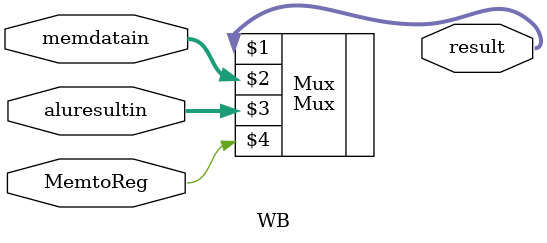
<source format=v>
module WB(result,MemtoReg,aluresultin,memdatain);
	input MemtoReg;
	input [31:0] aluresultin, memdatain;
	output [31:0] result;


Mux Mux(result,memdatain,aluresultin,MemtoReg);
endmodule
</source>
